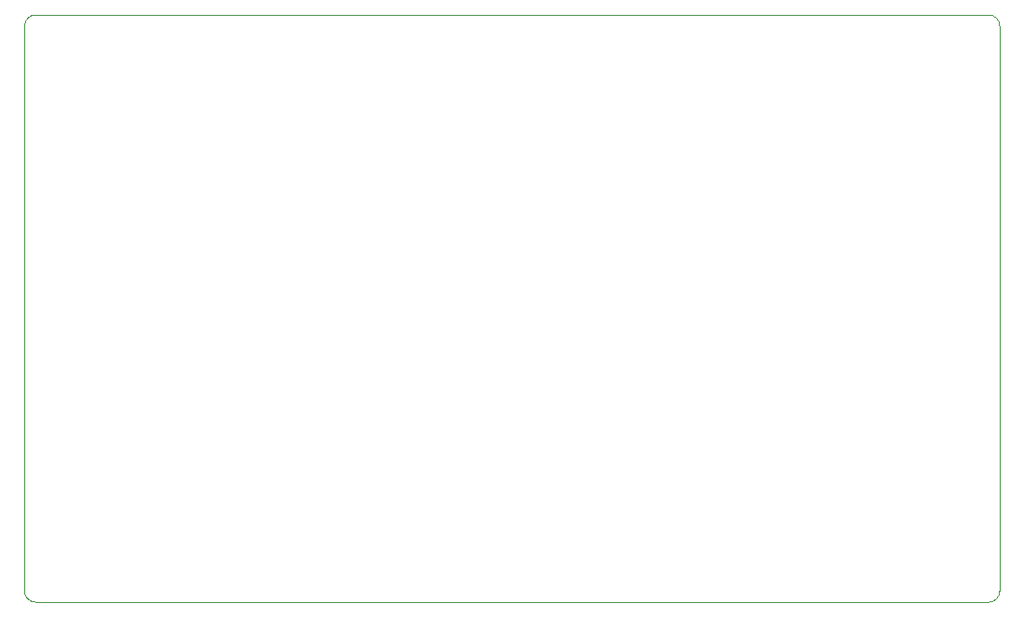
<source format=gbp>
G04*
G04 #@! TF.GenerationSoftware,Altium Limited,Altium Designer,24.5.2 (23)*
G04*
G04 Layer_Color=128*
%FSLAX25Y25*%
%MOIN*%
G70*
G04*
G04 #@! TF.SameCoordinates,2965B117-A723-4B34-A477-EC79056530B1*
G04*
G04*
G04 #@! TF.FilePolarity,Positive*
G04*
G01*
G75*
%ADD20C,0.00100*%
D20*
X1276514Y777976D02*
G03*
X1272514Y781876I-3950J-50D01*
G01*
X1272614Y571876D02*
G03*
X1276514Y575876I-50J3950D01*
G01*
X927963Y575876D02*
G03*
X931963Y571876I4000J0D01*
G01*
Y781876D02*
G03*
X927963Y777976I-50J-3950D01*
G01*
X1276514Y575876D02*
Y777976D01*
X1181963Y781876D02*
X1272514D01*
X931963D02*
X1181963D01*
X931963Y571876D02*
X1272614D01*
X927963Y575876D02*
Y777976D01*
M02*

</source>
